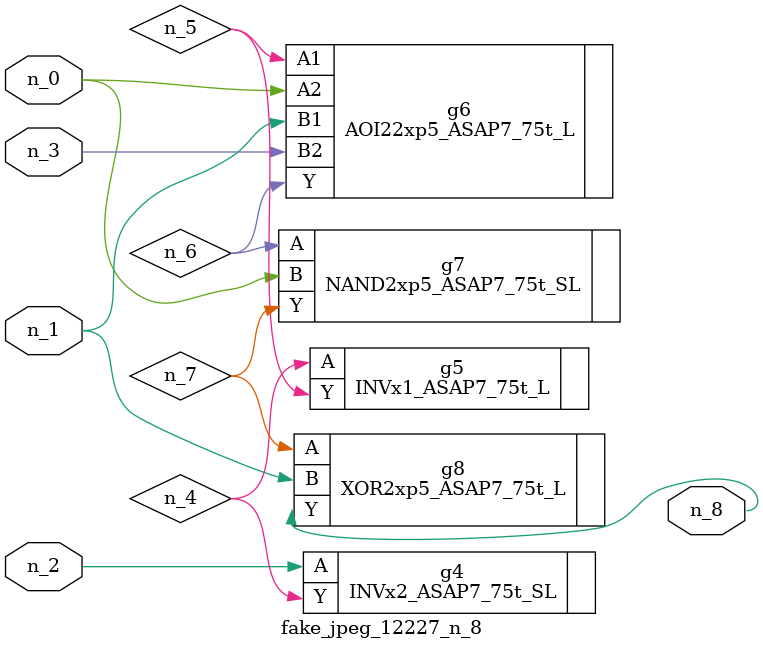
<source format=v>
module fake_jpeg_12227_n_8 (n_0, n_3, n_2, n_1, n_8);

input n_0;
input n_3;
input n_2;
input n_1;

output n_8;

wire n_4;
wire n_6;
wire n_5;
wire n_7;

INVx2_ASAP7_75t_SL g4 ( 
.A(n_2),
.Y(n_4)
);

INVx1_ASAP7_75t_L g5 ( 
.A(n_4),
.Y(n_5)
);

AOI22xp5_ASAP7_75t_L g6 ( 
.A1(n_5),
.A2(n_0),
.B1(n_1),
.B2(n_3),
.Y(n_6)
);

NAND2xp5_ASAP7_75t_SL g7 ( 
.A(n_6),
.B(n_0),
.Y(n_7)
);

XOR2xp5_ASAP7_75t_L g8 ( 
.A(n_7),
.B(n_1),
.Y(n_8)
);


endmodule
</source>
